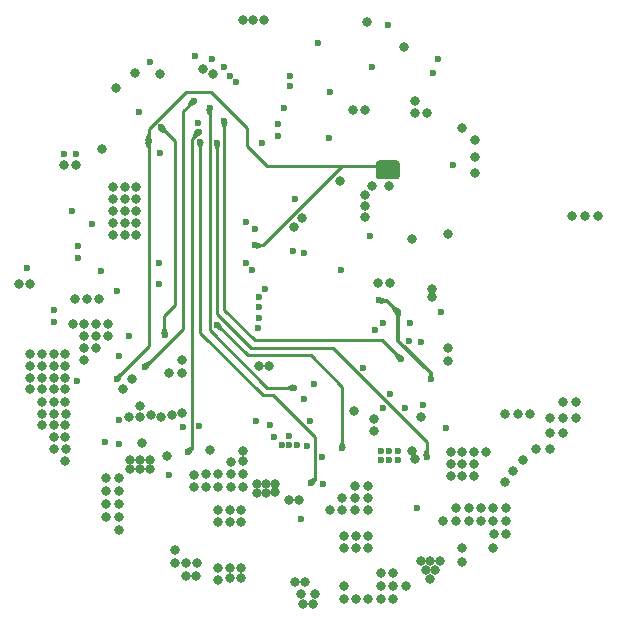
<source format=gbr>
%TF.GenerationSoftware,KiCad,Pcbnew,9.0.0*%
%TF.CreationDate,2025-06-01T03:36:43+08:00*%
%TF.ProjectId,CAPSTONE_MC,43415053-544f-44e4-955f-4d432e6b6963,Ver. 1.0.0*%
%TF.SameCoordinates,Original*%
%TF.FileFunction,Copper,L3,Inr*%
%TF.FilePolarity,Positive*%
%FSLAX46Y46*%
G04 Gerber Fmt 4.6, Leading zero omitted, Abs format (unit mm)*
G04 Created by KiCad (PCBNEW 9.0.0) date 2025-06-01 03:36:43*
%MOMM*%
%LPD*%
G01*
G04 APERTURE LIST*
%TA.AperFunction,ViaPad*%
%ADD10C,0.600000*%
%TD*%
%TA.AperFunction,ViaPad*%
%ADD11C,0.800000*%
%TD*%
%TA.AperFunction,Conductor*%
%ADD12C,0.250000*%
%TD*%
%TA.AperFunction,Conductor*%
%ADD13C,0.254000*%
%TD*%
%TA.AperFunction,Conductor*%
%ADD14C,0.300000*%
%TD*%
G04 APERTURE END LIST*
D10*
%TO.N,GND*%
X79785000Y-45735000D03*
X80755000Y-45735000D03*
D11*
%TO.N,+3V3*%
X79785000Y-46695000D03*
X80755000Y-46695000D03*
%TO.N,GND*%
X112300000Y-52500000D03*
X93900000Y-72900000D03*
X91500000Y-38600000D03*
X92400000Y-39000000D03*
X113500000Y-73000000D03*
D10*
X98200000Y-70400000D03*
D11*
X92800000Y-72900000D03*
X93900000Y-71800000D03*
X102300000Y-75900000D03*
D10*
X103200000Y-55600000D03*
D11*
X105830000Y-48505000D03*
X85800000Y-38900000D03*
X82500000Y-61200000D03*
X104300000Y-67500000D03*
X91835000Y-73975000D03*
X103112653Y-48012653D03*
X114500000Y-73000000D03*
X96700000Y-34400000D03*
X112500000Y-73000000D03*
X89800000Y-64300000D03*
D10*
X106100000Y-60700000D03*
D11*
X99225000Y-51912653D03*
X117800000Y-72600000D03*
X85900000Y-51600000D03*
X103300000Y-75900000D03*
X81500000Y-63200000D03*
X114600000Y-47400000D03*
X107400000Y-56700000D03*
X109500000Y-71580000D03*
X114500000Y-71000000D03*
D10*
X98845558Y-69664442D03*
D11*
X99700000Y-75100000D03*
X93935000Y-73975000D03*
X96300000Y-63700000D03*
X88900000Y-67900000D03*
X80700000Y-58000000D03*
X84900000Y-48600000D03*
X87100000Y-67900000D03*
D10*
X84470000Y-68270000D03*
X86100000Y-42200000D03*
D11*
X103300000Y-74900000D03*
X112500000Y-71000000D03*
X89800000Y-63200000D03*
X83900000Y-52600000D03*
X112300000Y-63300000D03*
X109500000Y-41300000D03*
X104200000Y-42000000D03*
X106400000Y-56700000D03*
X110900000Y-57900000D03*
X112500000Y-72000000D03*
X80500000Y-60200000D03*
X105500000Y-75900000D03*
X125000000Y-51000000D03*
X115500000Y-71000000D03*
X90800000Y-74000000D03*
X92835000Y-73975000D03*
X114500000Y-72000000D03*
X110500000Y-42300000D03*
X83000000Y-45300000D03*
X117100000Y-73500000D03*
X81500000Y-60200000D03*
X85900000Y-52600000D03*
X83500000Y-61200000D03*
X97100000Y-63700000D03*
X86400000Y-70200000D03*
X105285000Y-50155000D03*
X114600000Y-46000000D03*
D10*
X98845558Y-70400000D03*
D11*
X81700000Y-58000000D03*
D10*
X106800000Y-60100000D03*
D11*
X110000000Y-68000000D03*
X113500000Y-71000000D03*
X119200000Y-67800000D03*
X109200000Y-70900000D03*
X106000000Y-69200000D03*
X105300000Y-42000000D03*
X85900000Y-49600000D03*
X85900000Y-48600000D03*
X88000000Y-68000000D03*
X94900000Y-72900000D03*
X83900000Y-49600000D03*
X110900000Y-57200000D03*
X92100000Y-70800000D03*
X82500000Y-60200000D03*
X112300000Y-62200000D03*
X104400000Y-74900000D03*
X94900000Y-34400000D03*
X114600000Y-44600000D03*
X105400000Y-34600000D03*
X99907322Y-51217984D03*
X89800000Y-67700000D03*
X86200000Y-68000000D03*
X106000000Y-68200000D03*
X76900000Y-56800000D03*
X105500000Y-73900000D03*
X94900000Y-70900000D03*
X82500000Y-62200000D03*
X88500000Y-71300000D03*
X118600000Y-71700000D03*
X113500000Y-43600000D03*
X109500000Y-42300000D03*
X84900000Y-49600000D03*
X81500000Y-62200000D03*
X104400000Y-75900000D03*
X83900000Y-48600000D03*
X118200000Y-67800000D03*
D10*
X108670000Y-67310000D03*
D11*
X85300000Y-68000000D03*
X109200000Y-53000000D03*
X81500000Y-61200000D03*
X122800000Y-51000000D03*
X94905000Y-71765000D03*
X104400000Y-73900000D03*
X98800000Y-75100000D03*
X83900000Y-51600000D03*
D10*
X96800000Y-57200000D03*
X101715000Y-73685750D03*
D11*
X90765000Y-72925000D03*
X105300000Y-51100000D03*
X83500000Y-60200000D03*
X123900000Y-51000000D03*
X84900000Y-51600000D03*
X76000000Y-56800000D03*
X94935000Y-73975000D03*
X88700000Y-64300000D03*
X85900000Y-50600000D03*
X105300000Y-49200000D03*
X85500000Y-64800000D03*
X95800000Y-34400000D03*
D10*
X99500000Y-70400000D03*
D11*
X82700000Y-58000000D03*
X108600000Y-36700000D03*
X87900000Y-39000000D03*
X117100000Y-67800000D03*
X84900000Y-50600000D03*
X105500000Y-74900000D03*
X91800000Y-72900000D03*
X84200000Y-40200000D03*
X83900000Y-50600000D03*
X84900000Y-52600000D03*
X86200000Y-67100000D03*
X113500000Y-72000000D03*
D10*
%TO.N,+3V3*%
X87050000Y-38000000D03*
X90900000Y-37450000D03*
X101250000Y-36400000D03*
X99350000Y-49600000D03*
X76650000Y-55400000D03*
%TO.N,+3.3VA*%
X86950000Y-44700000D03*
X95931147Y-53500000D03*
X106800000Y-46800000D03*
X100100000Y-66500000D03*
X84300000Y-64850000D03*
X107775000Y-47535000D03*
X110000000Y-61650000D03*
%TO.N,GNDA*%
X87900000Y-45700000D03*
X107400000Y-66100000D03*
D11*
X84800000Y-65700000D03*
D10*
X96000000Y-68400000D03*
X95931147Y-52100000D03*
X91150000Y-43100000D03*
D11*
X107300000Y-48500000D03*
D10*
X97200000Y-68700000D03*
X100900000Y-65200000D03*
X83259054Y-70127764D03*
X109035000Y-60100000D03*
X109013370Y-61586630D03*
X111700000Y-59105000D03*
X84400000Y-62900000D03*
D11*
%TO.N,/HVBUS*%
X79900000Y-68750000D03*
X79900000Y-66750000D03*
X84400000Y-74300000D03*
X114100000Y-75700000D03*
X94800000Y-75900000D03*
X106600000Y-83400000D03*
X83300000Y-76500000D03*
X104500000Y-78100000D03*
X104500000Y-83400000D03*
X113500000Y-79100000D03*
X84400000Y-76500000D03*
X79900000Y-64700000D03*
X83300000Y-75400000D03*
X94800000Y-80800000D03*
X92800000Y-75900000D03*
X92800000Y-81800000D03*
X117200000Y-76800000D03*
X83300000Y-74300000D03*
X77895000Y-65700000D03*
X76895000Y-65700000D03*
X113500000Y-80300000D03*
X111900000Y-76800000D03*
X123100000Y-68100000D03*
X116135000Y-79095000D03*
X78895000Y-65700000D03*
X105500000Y-78100000D03*
X116150000Y-77915000D03*
X106600000Y-81200000D03*
X116100000Y-76800000D03*
X120900000Y-69400000D03*
X92800000Y-76900000D03*
X105500000Y-79100000D03*
X122000000Y-69400000D03*
X116100000Y-75700000D03*
X122000000Y-66800000D03*
X105500000Y-83400000D03*
X120900000Y-70700000D03*
X76900000Y-63700000D03*
X103500000Y-79100000D03*
X104500000Y-79100000D03*
X113000000Y-75700000D03*
X119700000Y-70700000D03*
X84400000Y-75400000D03*
X78905000Y-69750000D03*
X77905000Y-67750000D03*
X79900000Y-62700000D03*
X79905000Y-70750000D03*
X115100000Y-75700000D03*
X114100000Y-76800000D03*
X94800000Y-81700000D03*
X92800000Y-80800000D03*
X84400000Y-73200000D03*
X79900000Y-69750000D03*
X107600000Y-83400000D03*
X93800000Y-81700000D03*
X117200000Y-77900000D03*
X78900000Y-68750000D03*
X79895000Y-65700000D03*
X103500000Y-83400000D03*
X113000000Y-76800000D03*
X76900000Y-62700000D03*
X94800000Y-76900000D03*
X106600000Y-82300000D03*
X93800000Y-80800000D03*
X77900000Y-64700000D03*
X76900000Y-64700000D03*
X93800000Y-75900000D03*
X84400000Y-77600000D03*
X122000000Y-68100000D03*
X77900000Y-62700000D03*
X77900000Y-63700000D03*
X93800000Y-76900000D03*
X78905000Y-70750000D03*
X79900000Y-63700000D03*
X107600000Y-81200000D03*
X117200000Y-75700000D03*
X120900000Y-68100000D03*
X103500000Y-82300000D03*
D10*
X80900000Y-65000000D03*
D11*
X79900000Y-71750000D03*
X79905000Y-67750000D03*
X115100000Y-76800000D03*
X77900000Y-68750000D03*
X77905000Y-66750000D03*
X83300000Y-73200000D03*
D10*
X85300000Y-61200000D03*
D11*
X123100000Y-66800000D03*
X78905000Y-66750000D03*
X107600000Y-82300000D03*
X103500000Y-78100000D03*
X78900000Y-62700000D03*
X78905000Y-67750000D03*
X78900000Y-63700000D03*
X108700000Y-82300000D03*
X78900000Y-64700000D03*
D10*
%TO.N,+3V8*%
X112700000Y-46700000D03*
X105655000Y-52745000D03*
D11*
%TO.N,/HS2*%
X101000000Y-83000000D03*
X100220000Y-81980000D03*
X99300000Y-82000000D03*
X100815000Y-83865000D03*
X99800000Y-83000000D03*
D10*
X99855000Y-76627500D03*
D11*
X100000000Y-83900000D03*
%TO.N,/HS3*%
X110400000Y-81000000D03*
D10*
X109700000Y-75700000D03*
D11*
X110800000Y-80200000D03*
X111600000Y-80200000D03*
X110000000Y-80200000D03*
X111200000Y-81000000D03*
X110775000Y-81755000D03*
%TO.N,/HS1*%
X89200000Y-80400000D03*
X90935000Y-81465000D03*
X90100000Y-80400000D03*
X90100000Y-81465000D03*
X91000000Y-80400000D03*
D10*
X88660000Y-72960000D03*
D11*
X89200000Y-79300000D03*
D10*
%TO.N,/CURRENT_3*%
X108300000Y-63150000D03*
X93360000Y-42990000D03*
%TO.N,/CURRENT_2*%
X92112064Y-41880692D03*
X99255000Y-65549647D03*
%TO.N,/CURRENT_1*%
X86650000Y-63800000D03*
X90780000Y-41238000D03*
%TO.N,/ADC_TEMP*%
X92758058Y-60241942D03*
X103350770Y-70698571D03*
%TO.N,/TEMP_MOTOR*%
X95150000Y-51550000D03*
%TO.N,/CANH*%
X82900000Y-55700000D03*
X111397921Y-37724796D03*
X87800000Y-55025000D03*
%TO.N,/CANL*%
X87800000Y-56800000D03*
X84300000Y-57400000D03*
X111041942Y-38941942D03*
%TO.N,/U1_RX_FAULT*%
X80435000Y-50605000D03*
X93801000Y-39130000D03*
%TO.N,/U1_TX_SERVO*%
X94360608Y-39701702D03*
X82125000Y-51695000D03*
%TO.N,/LED_RED*%
X95691117Y-55625000D03*
X100100000Y-54150000D03*
X78900000Y-59950000D03*
%TO.N,/LED_GREEN*%
X99150000Y-54000000D03*
X78950000Y-59000000D03*
X95150000Y-55000000D03*
%TO.N,Net-(U4-VS)*%
X108030000Y-71650000D03*
X107310000Y-71640000D03*
X106610000Y-71640000D03*
X107310000Y-70930000D03*
X108020000Y-70940000D03*
X106610000Y-70920000D03*
X106750000Y-67290000D03*
D11*
%TO.N,Net-(U3-VS)*%
X97620000Y-74420000D03*
X96140000Y-74430000D03*
X96860000Y-74430000D03*
X96140000Y-73670000D03*
D10*
X97540000Y-69690000D03*
D11*
X97600000Y-73670000D03*
X96860000Y-73670000D03*
%TO.N,Net-(U2-VS)*%
X86200000Y-72430000D03*
X87020000Y-72430000D03*
X87020000Y-71710000D03*
D10*
X84400000Y-70360000D03*
D11*
X86200000Y-71710000D03*
X85380000Y-72420000D03*
X85390000Y-71710000D03*
D10*
%TO.N,/AN_IN*%
X87950000Y-43500000D03*
X88300000Y-61100000D03*
%TO.N,/VOLTAGE_1*%
X90285000Y-71005000D03*
X91161930Y-43925300D03*
%TO.N,/VOLTAGE_2*%
X91302298Y-44712892D03*
X100700000Y-73650000D03*
%TO.N,/VOLTAGE_3*%
X110475000Y-71395000D03*
X92733000Y-44850000D03*
%TO.N,/USB_DM*%
X98880000Y-40000003D03*
X80930000Y-54585000D03*
%TO.N,/USB_DP*%
X98880000Y-39200000D03*
X80935000Y-53595000D03*
%TO.N,/L1*%
X89890000Y-68860000D03*
X96556147Y-44850000D03*
%TO.N,/TX_SCL_MOSI*%
X96306149Y-57906149D03*
%TO.N,/H1*%
X91215000Y-68810000D03*
X97875000Y-43225000D03*
%TO.N,/L3*%
X102215000Y-44395822D03*
X110205707Y-66994293D03*
%TO.N,/L2*%
X100385001Y-70508771D03*
X97875000Y-44230000D03*
%TO.N,/H3*%
X112090000Y-68930000D03*
X102290000Y-40530000D03*
%TO.N,/MISO_ADC_EXT2*%
X96258058Y-58741942D03*
%TO.N,/H2*%
X98383058Y-41883058D03*
X101635000Y-71430000D03*
%TO.N,/SCK_ADC_EXT*%
X96240750Y-59608519D03*
%TO.N,/CAN_RX*%
X105870000Y-38410000D03*
X93293161Y-38410000D03*
%TO.N,/CAN_TX*%
X92290000Y-37736902D03*
X107180000Y-34840000D03*
%TO.N,/RX_SDA_NSS*%
X96208242Y-60459895D03*
%TO.N,/Vref*%
X108050000Y-59150000D03*
X100600000Y-68400000D03*
X106444669Y-58144669D03*
X105121942Y-63878058D03*
X110850000Y-64850000D03*
%TD*%
D12*
%TO.N,+3.3VA*%
X86950000Y-62050000D02*
X86950000Y-44700000D01*
X95931147Y-53500000D02*
X96600000Y-53500000D01*
X86950000Y-44700000D02*
X86950000Y-43614702D01*
X99900000Y-46800000D02*
X103500000Y-46800000D01*
X95250000Y-43550000D02*
X95250000Y-45100000D01*
X90064702Y-40500000D02*
X92200000Y-40500000D01*
X84300000Y-64700000D02*
X86950000Y-62050000D01*
X95250000Y-45100000D02*
X96950000Y-46800000D01*
X96950000Y-46800000D02*
X99900000Y-46800000D01*
X86950000Y-43614702D02*
X90064702Y-40500000D01*
X92200000Y-40500000D02*
X95250000Y-43550000D01*
X96600000Y-53500000D02*
X103300000Y-46800000D01*
X103300000Y-46800000D02*
X103500000Y-46800000D01*
X103500000Y-46800000D02*
X106800000Y-46800000D01*
X84300000Y-64850000D02*
X84300000Y-64700000D01*
D13*
%TO.N,/CURRENT_3*%
X106700000Y-61550000D02*
X95950000Y-61550000D01*
X93360000Y-58960000D02*
X93360000Y-42990000D01*
X95950000Y-61550000D02*
X93360000Y-58960000D01*
X108300000Y-63150000D02*
X106700000Y-61550000D01*
D12*
%TO.N,/CURRENT_2*%
X92107000Y-60707000D02*
X92107000Y-41885756D01*
X92107000Y-41885756D02*
X92112064Y-41880692D01*
X99255000Y-65549647D02*
X99175116Y-65549647D01*
X99144763Y-65580000D02*
X96980000Y-65580000D01*
X99175116Y-65549647D02*
X99144763Y-65580000D01*
X96980000Y-65580000D02*
X92107000Y-60707000D01*
D13*
%TO.N,/CURRENT_1*%
X89890000Y-60560000D02*
X89890000Y-42128000D01*
X89890000Y-42128000D02*
X90780000Y-41238000D01*
X86650000Y-63800000D02*
X89890000Y-60560000D01*
D12*
%TO.N,/ADC_TEMP*%
X103350770Y-65450770D02*
X103350770Y-70698571D01*
X100725000Y-62825000D02*
X103350770Y-65450770D01*
X92758058Y-60241942D02*
X95341116Y-62825000D01*
X95341116Y-62825000D02*
X100725000Y-62825000D01*
D13*
%TO.N,/AN_IN*%
X88241644Y-61041644D02*
X88241644Y-59498356D01*
X89150000Y-44700000D02*
X87950000Y-43500000D01*
X89150000Y-58590000D02*
X89150000Y-44700000D01*
X88300000Y-61100000D02*
X88241644Y-61041644D01*
X88241644Y-59498356D02*
X89150000Y-58590000D01*
D12*
%TO.N,/VOLTAGE_1*%
X91161930Y-43925300D02*
X90590000Y-44497230D01*
X90590000Y-70700000D02*
X90285000Y-71005000D01*
X90590000Y-44497230D02*
X90590000Y-70700000D01*
%TO.N,/VOLTAGE_2*%
X91302298Y-44712892D02*
X91320000Y-44730594D01*
X101010000Y-69760000D02*
X101010000Y-73340000D01*
X97450000Y-66200000D02*
X101010000Y-69760000D01*
X101010000Y-73340000D02*
X100700000Y-73650000D01*
X91320000Y-44730594D02*
X91320000Y-60920000D01*
X96600000Y-66200000D02*
X97450000Y-66200000D01*
X91320000Y-60920000D02*
X96600000Y-66200000D01*
%TO.N,/VOLTAGE_3*%
X95600000Y-62200000D02*
X102560000Y-62200000D01*
X110475000Y-70115000D02*
X110475000Y-71395000D01*
X102560000Y-62200000D02*
X110475000Y-70115000D01*
X92733000Y-59333000D02*
X95600000Y-62200000D01*
X92733000Y-44850000D02*
X92733000Y-59333000D01*
D14*
%TO.N,/Vref*%
X110850000Y-64342500D02*
X110850000Y-64850000D01*
X106500000Y-58200000D02*
X107100000Y-58200000D01*
X107100000Y-58200000D02*
X108050000Y-59150000D01*
X108085000Y-59185000D02*
X108050000Y-59150000D01*
X106444669Y-58144669D02*
X106500000Y-58200000D01*
X108085000Y-61577500D02*
X110850000Y-64342500D01*
X108085000Y-61577500D02*
X108085000Y-59185000D01*
%TD*%
%TA.AperFunction,Conductor*%
%TO.N,+3.3VA*%
G36*
X107907243Y-46301441D02*
G01*
X107950233Y-46309992D01*
X108000173Y-46319925D01*
X108027208Y-46331124D01*
X108099727Y-46379579D01*
X108101272Y-46381124D01*
X108102409Y-46381456D01*
X108120420Y-46400272D01*
X108168875Y-46472791D01*
X108180074Y-46499826D01*
X108198559Y-46592755D01*
X108200000Y-46607387D01*
X108200000Y-47592612D01*
X108198559Y-47607244D01*
X108180074Y-47700173D01*
X108179237Y-47702192D01*
X108179366Y-47703367D01*
X108168875Y-47727208D01*
X108120420Y-47799727D01*
X108099727Y-47820420D01*
X108027208Y-47868875D01*
X108000173Y-47880074D01*
X107907244Y-47898559D01*
X107892612Y-47900000D01*
X107387772Y-47900000D01*
X107380138Y-47899500D01*
X107379057Y-47899500D01*
X107220943Y-47899500D01*
X107219862Y-47899500D01*
X107212228Y-47900000D01*
X106507388Y-47900000D01*
X106492756Y-47898559D01*
X106399826Y-47880074D01*
X106372791Y-47868875D01*
X106300272Y-47820420D01*
X106279579Y-47799727D01*
X106231124Y-47727208D01*
X106219925Y-47700173D01*
X106201441Y-47607243D01*
X106200000Y-47592612D01*
X106200000Y-46607387D01*
X106201441Y-46592756D01*
X106204048Y-46579644D01*
X106219926Y-46499824D01*
X106231124Y-46472791D01*
X106279581Y-46400269D01*
X106300269Y-46379581D01*
X106372791Y-46331123D01*
X106399824Y-46319926D01*
X106460225Y-46307911D01*
X106492757Y-46301441D01*
X106507388Y-46300000D01*
X107892612Y-46300000D01*
X107907243Y-46301441D01*
G37*
%TD.AperFunction*%
%TD*%
%TA.AperFunction,Conductor*%
%TO.N,+3.3VA*%
G36*
X87231479Y-44755946D02*
G01*
X87238907Y-44760945D01*
X87240626Y-44769733D01*
X87240315Y-44770937D01*
X87077583Y-45286060D01*
X87071823Y-45292917D01*
X87066426Y-45294236D01*
X86833574Y-45294236D01*
X86825301Y-45290809D01*
X86822417Y-45286060D01*
X86659684Y-44770937D01*
X86660460Y-44762016D01*
X86667317Y-44756256D01*
X86668500Y-44755950D01*
X86947682Y-44699469D01*
X86952318Y-44699469D01*
X87231479Y-44755946D01*
G37*
%TD.AperFunction*%
%TD*%
%TA.AperFunction,Conductor*%
%TO.N,+3.3VA*%
G36*
X96002076Y-53209681D02*
G01*
X96517207Y-53372417D01*
X96524064Y-53378177D01*
X96525383Y-53383574D01*
X96525383Y-53616425D01*
X96521956Y-53624698D01*
X96517207Y-53627582D01*
X96002084Y-53790315D01*
X95993163Y-53789539D01*
X95987403Y-53782682D01*
X95987096Y-53781494D01*
X95930616Y-53502318D01*
X95930616Y-53497680D01*
X95953701Y-53383574D01*
X95987093Y-53218518D01*
X95992092Y-53211092D01*
X96000880Y-53209373D01*
X96002076Y-53209681D01*
G37*
%TD.AperFunction*%
%TD*%
%TA.AperFunction,Conductor*%
%TO.N,+3.3VA*%
G36*
X87074699Y-44109191D02*
G01*
X87077583Y-44113940D01*
X87240315Y-44629062D01*
X87239539Y-44637983D01*
X87232682Y-44643743D01*
X87231478Y-44644054D01*
X86952320Y-44700530D01*
X86947680Y-44700530D01*
X86714553Y-44653366D01*
X86668520Y-44644053D01*
X86661092Y-44639054D01*
X86659373Y-44630266D01*
X86659680Y-44629075D01*
X86822417Y-44113939D01*
X86828177Y-44107083D01*
X86833574Y-44105764D01*
X87066426Y-44105764D01*
X87074699Y-44109191D01*
G37*
%TD.AperFunction*%
%TD*%
%TA.AperFunction,Conductor*%
%TO.N,+3.3VA*%
G36*
X84550197Y-64287670D02*
G01*
X84714824Y-64452297D01*
X84718251Y-64460570D01*
X84717824Y-64463702D01*
X84597134Y-64898094D01*
X84591618Y-64905148D01*
X84583610Y-64906443D01*
X84304088Y-64851647D01*
X84296630Y-64846694D01*
X84139311Y-64609576D01*
X84137593Y-64600789D01*
X84141852Y-64593895D01*
X84534717Y-64286725D01*
X84543346Y-64284330D01*
X84550197Y-64287670D01*
G37*
%TD.AperFunction*%
%TD*%
%TA.AperFunction,Conductor*%
%TO.N,+3.3VA*%
G36*
X106801000Y-46800000D02*
G01*
X106741473Y-47094236D01*
X106205764Y-46925000D01*
X106205764Y-46675000D01*
X106741473Y-46505764D01*
X106801000Y-46800000D01*
G37*
%TD.AperFunction*%
%TD*%
%TA.AperFunction,Conductor*%
%TO.N,/CURRENT_3*%
G36*
X93641523Y-43045955D02*
G01*
X93648951Y-43050954D01*
X93650670Y-43059742D01*
X93650370Y-43060909D01*
X93489564Y-43576023D01*
X93483828Y-43582899D01*
X93478396Y-43584236D01*
X93241604Y-43584236D01*
X93233331Y-43580809D01*
X93230436Y-43576023D01*
X93069629Y-43060909D01*
X93070434Y-43051990D01*
X93077310Y-43046254D01*
X93078458Y-43045958D01*
X93357682Y-42989469D01*
X93362318Y-42989469D01*
X93641523Y-43045955D01*
G37*
%TD.AperFunction*%
%TD*%
%TA.AperFunction,Conductor*%
%TO.N,/CURRENT_3*%
G36*
X107977233Y-62644003D02*
G01*
X108455182Y-62894537D01*
X108460918Y-62901412D01*
X108460113Y-62910331D01*
X108459499Y-62911367D01*
X108302015Y-63148734D01*
X108298734Y-63152015D01*
X108061367Y-63309499D01*
X108052579Y-63311218D01*
X108045150Y-63306218D01*
X108044541Y-63305191D01*
X107794003Y-62827234D01*
X107793199Y-62818316D01*
X107796092Y-62813532D01*
X107963531Y-62646093D01*
X107971803Y-62642667D01*
X107977233Y-62644003D01*
G37*
%TD.AperFunction*%
%TD*%
%TA.AperFunction,Conductor*%
%TO.N,/CURRENT_2*%
G36*
X92393431Y-41936615D02*
G01*
X92400860Y-41941615D01*
X92402579Y-41950403D01*
X92402237Y-41951703D01*
X92234629Y-42466848D01*
X92228811Y-42473655D01*
X92223503Y-42474928D01*
X91990651Y-42474928D01*
X91982378Y-42471501D01*
X91979465Y-42466656D01*
X91976269Y-42456229D01*
X91821608Y-41951554D01*
X91822460Y-41942642D01*
X91829366Y-41936942D01*
X91830462Y-41936662D01*
X92109746Y-41880161D01*
X92114382Y-41880161D01*
X92393431Y-41936615D01*
G37*
%TD.AperFunction*%
%TD*%
%TA.AperFunction,Conductor*%
%TO.N,/CURRENT_2*%
G36*
X99192585Y-65260516D02*
G01*
X99198685Y-65267072D01*
X99199189Y-65268837D01*
X99255530Y-65547327D01*
X99255530Y-65551967D01*
X99198922Y-65831777D01*
X99193922Y-65839206D01*
X99185134Y-65840925D01*
X99184518Y-65840783D01*
X98669528Y-65707272D01*
X98662379Y-65701878D01*
X98660764Y-65695946D01*
X98660764Y-65463126D01*
X98664191Y-65454853D01*
X98668375Y-65452164D01*
X99183637Y-65260193D01*
X99192585Y-65260516D01*
G37*
%TD.AperFunction*%
%TD*%
%TA.AperFunction,Conductor*%
%TO.N,/CURRENT_1*%
G36*
X90540331Y-41077886D02*
G01*
X90541367Y-41078500D01*
X90778734Y-41235984D01*
X90782015Y-41239265D01*
X90939499Y-41476632D01*
X90941218Y-41485420D01*
X90936218Y-41492849D01*
X90935182Y-41493463D01*
X90457235Y-41743995D01*
X90448316Y-41744800D01*
X90443530Y-41741905D01*
X90276094Y-41574469D01*
X90272667Y-41566196D01*
X90274003Y-41560766D01*
X90524538Y-41082815D01*
X90531412Y-41077081D01*
X90540331Y-41077886D01*
G37*
%TD.AperFunction*%
%TD*%
%TA.AperFunction,Conductor*%
%TO.N,/CURRENT_1*%
G36*
X86986469Y-63296094D02*
G01*
X87153905Y-63463530D01*
X87157332Y-63471803D01*
X87155995Y-63477235D01*
X86905463Y-63955182D01*
X86898587Y-63960918D01*
X86889668Y-63960113D01*
X86888632Y-63959499D01*
X86651265Y-63802015D01*
X86647984Y-63798734D01*
X86490500Y-63561367D01*
X86488781Y-63552579D01*
X86493781Y-63545150D01*
X86494799Y-63544546D01*
X86972765Y-63294003D01*
X86981683Y-63293199D01*
X86986469Y-63296094D01*
G37*
%TD.AperFunction*%
%TD*%
%TA.AperFunction,Conductor*%
%TO.N,/ADC_TEMP*%
G36*
X103475469Y-70107762D02*
G01*
X103478353Y-70112511D01*
X103641085Y-70627633D01*
X103640309Y-70636554D01*
X103633452Y-70642314D01*
X103632248Y-70642625D01*
X103353090Y-70699101D01*
X103348450Y-70699101D01*
X103115323Y-70651937D01*
X103069290Y-70642624D01*
X103061862Y-70637625D01*
X103060143Y-70628837D01*
X103060450Y-70627646D01*
X103223187Y-70112510D01*
X103228947Y-70105654D01*
X103234344Y-70104335D01*
X103467196Y-70104335D01*
X103475469Y-70107762D01*
G37*
%TD.AperFunction*%
%TD*%
%TA.AperFunction,Conductor*%
%TO.N,/ADC_TEMP*%
G36*
X93012870Y-60085747D02*
G01*
X93013502Y-60086818D01*
X93262679Y-60566133D01*
X93263455Y-60575054D01*
X93260571Y-60579803D01*
X93095919Y-60744455D01*
X93087646Y-60747882D01*
X93082249Y-60746563D01*
X92602934Y-60497386D01*
X92597174Y-60490529D01*
X92597950Y-60481608D01*
X92598574Y-60480549D01*
X92756043Y-60243205D01*
X92759321Y-60239927D01*
X92996654Y-60082465D01*
X93005441Y-60080747D01*
X93012870Y-60085747D01*
G37*
%TD.AperFunction*%
%TD*%
%TA.AperFunction,Conductor*%
%TO.N,/AN_IN*%
G36*
X88369161Y-60509191D02*
G01*
X88371664Y-60512907D01*
X88545683Y-60924443D01*
X88545749Y-60933398D01*
X88541434Y-60938710D01*
X88304057Y-61098272D01*
X88295279Y-61100043D01*
X88295210Y-61100030D01*
X88017242Y-61043795D01*
X88009813Y-61038795D01*
X88008094Y-61030007D01*
X88008096Y-61029997D01*
X88027730Y-60933398D01*
X88112740Y-60515134D01*
X88117746Y-60507709D01*
X88124206Y-60505764D01*
X88360888Y-60505764D01*
X88369161Y-60509191D01*
G37*
%TD.AperFunction*%
%TD*%
%TA.AperFunction,Conductor*%
%TO.N,/AN_IN*%
G36*
X88204849Y-43343781D02*
G01*
X88205463Y-43344817D01*
X88455995Y-43822764D01*
X88456800Y-43831683D01*
X88453905Y-43836469D01*
X88286469Y-44003905D01*
X88278196Y-44007332D01*
X88272764Y-44005995D01*
X88019819Y-43873405D01*
X87794816Y-43755462D01*
X87789081Y-43748587D01*
X87789886Y-43739668D01*
X87790500Y-43738632D01*
X87947985Y-43501263D01*
X87951263Y-43497985D01*
X88188632Y-43340499D01*
X88197420Y-43338781D01*
X88204849Y-43343781D01*
G37*
%TD.AperFunction*%
%TD*%
%TA.AperFunction,Conductor*%
%TO.N,/VOLTAGE_1*%
G36*
X90922263Y-43765192D02*
G01*
X90923330Y-43765821D01*
X91149349Y-43915777D01*
X91160664Y-43923284D01*
X91163945Y-43926565D01*
X91321405Y-44163895D01*
X91323124Y-44172683D01*
X91318124Y-44180112D01*
X91317053Y-44180744D01*
X91258713Y-44211073D01*
X91253316Y-44212392D01*
X91236403Y-44212392D01*
X91109113Y-44246498D01*
X91109109Y-44246500D01*
X90994987Y-44312389D01*
X90994982Y-44312393D01*
X90921732Y-44385642D01*
X90918856Y-44387750D01*
X90837738Y-44429921D01*
X90828817Y-44430697D01*
X90824068Y-44427813D01*
X90659416Y-44263161D01*
X90655989Y-44254888D01*
X90657307Y-44249494D01*
X90906487Y-43770174D01*
X90913342Y-43764416D01*
X90922263Y-43765192D01*
G37*
%TD.AperFunction*%
%TD*%
%TA.AperFunction,Conductor*%
%TO.N,/VOLTAGE_1*%
G36*
X90708173Y-70540527D02*
G01*
X90711600Y-70548800D01*
X90711229Y-70551722D01*
X90581989Y-71052850D01*
X90576605Y-71060005D01*
X90568415Y-71061411D01*
X90289790Y-71006936D01*
X90282328Y-71001985D01*
X90282295Y-71001935D01*
X90238903Y-70936735D01*
X90124973Y-70765543D01*
X90123243Y-70756759D01*
X90128232Y-70749323D01*
X90128441Y-70749186D01*
X90462142Y-70538900D01*
X90468380Y-70537100D01*
X90699900Y-70537100D01*
X90708173Y-70540527D01*
G37*
%TD.AperFunction*%
%TD*%
%TA.AperFunction,Conductor*%
%TO.N,/VOLTAGE_2*%
G36*
X101128018Y-73187598D02*
G01*
X101131445Y-73195871D01*
X101131045Y-73198904D01*
X100997066Y-73697982D01*
X100991611Y-73705084D01*
X100983521Y-73706432D01*
X100704790Y-73651936D01*
X100697328Y-73646985D01*
X100697295Y-73646935D01*
X100540046Y-73410652D01*
X100538315Y-73401866D01*
X100543304Y-73394430D01*
X100543655Y-73394205D01*
X100882180Y-73185906D01*
X100888311Y-73184171D01*
X101119745Y-73184171D01*
X101128018Y-73187598D01*
G37*
%TD.AperFunction*%
%TD*%
%TA.AperFunction,Conductor*%
%TO.N,/VOLTAGE_2*%
G36*
X91584159Y-44768915D02*
G01*
X91591588Y-44773915D01*
X91593307Y-44782703D01*
X91593097Y-44783568D01*
X91447409Y-45298613D01*
X91441860Y-45305641D01*
X91436151Y-45307128D01*
X91203309Y-45307128D01*
X91195036Y-45303701D01*
X91192262Y-45299283D01*
X91012480Y-44784080D01*
X91012990Y-44775142D01*
X91019672Y-44769180D01*
X91021198Y-44768761D01*
X91299980Y-44712361D01*
X91304616Y-44712361D01*
X91584159Y-44768915D01*
G37*
%TD.AperFunction*%
%TD*%
%TA.AperFunction,Conductor*%
%TO.N,/VOLTAGE_3*%
G36*
X110599699Y-70804191D02*
G01*
X110602583Y-70808940D01*
X110765315Y-71324062D01*
X110764539Y-71332983D01*
X110757682Y-71338743D01*
X110756478Y-71339054D01*
X110477320Y-71395530D01*
X110472680Y-71395530D01*
X110239553Y-71348366D01*
X110193520Y-71339053D01*
X110186092Y-71334054D01*
X110184373Y-71325266D01*
X110184680Y-71324075D01*
X110347417Y-70808939D01*
X110353177Y-70802083D01*
X110358574Y-70800764D01*
X110591426Y-70800764D01*
X110599699Y-70804191D01*
G37*
%TD.AperFunction*%
%TD*%
%TA.AperFunction,Conductor*%
%TO.N,/VOLTAGE_3*%
G36*
X93014479Y-44905946D02*
G01*
X93021907Y-44910945D01*
X93023626Y-44919733D01*
X93023315Y-44920937D01*
X92860583Y-45436060D01*
X92854823Y-45442917D01*
X92849426Y-45444236D01*
X92616574Y-45444236D01*
X92608301Y-45440809D01*
X92605417Y-45436060D01*
X92442684Y-44920937D01*
X92443460Y-44912016D01*
X92450317Y-44906256D01*
X92451500Y-44905950D01*
X92730682Y-44849469D01*
X92735318Y-44849469D01*
X93014479Y-44905946D01*
G37*
%TD.AperFunction*%
%TD*%
%TA.AperFunction,Conductor*%
%TO.N,/Vref*%
G36*
X110898789Y-64187593D02*
G01*
X110901361Y-64191476D01*
X111138945Y-64778403D01*
X111138873Y-64787357D01*
X111132490Y-64793638D01*
X111130414Y-64794262D01*
X110853015Y-64850241D01*
X110848397Y-64850243D01*
X110568517Y-64794034D01*
X110561081Y-64789045D01*
X110559350Y-64780259D01*
X110559654Y-64779075D01*
X110681744Y-64389971D01*
X110684631Y-64385205D01*
X110882244Y-64187592D01*
X110890516Y-64184166D01*
X110898789Y-64187593D01*
G37*
%TD.AperFunction*%
%TD*%
%TA.AperFunction,Conductor*%
%TO.N,/Vref*%
G36*
X106516026Y-57855212D02*
G01*
X107031290Y-58047163D01*
X107037846Y-58053261D01*
X107038905Y-58058126D01*
X107038905Y-58340081D01*
X107035478Y-58348354D01*
X107029121Y-58351623D01*
X106514340Y-58437055D01*
X106505617Y-58435029D01*
X106500956Y-58427833D01*
X106485538Y-58351623D01*
X106444138Y-58146987D01*
X106444138Y-58142349D01*
X106500480Y-57863855D01*
X106505479Y-57856429D01*
X106514267Y-57854710D01*
X106516026Y-57855212D01*
G37*
%TD.AperFunction*%
%TD*%
%TA.AperFunction,Conductor*%
%TO.N,/Vref*%
G36*
X107743646Y-58628218D02*
G01*
X108028798Y-58792392D01*
X108205867Y-58894339D01*
X108211327Y-58901437D01*
X108210169Y-58910317D01*
X108209778Y-58910947D01*
X108052015Y-59148734D01*
X108048734Y-59152015D01*
X107810947Y-59309778D01*
X107802159Y-59311497D01*
X107794730Y-59306497D01*
X107794339Y-59305867D01*
X107566966Y-58910947D01*
X107528218Y-58843646D01*
X107527061Y-58834768D01*
X107530084Y-58829539D01*
X107729538Y-58630085D01*
X107737810Y-58626659D01*
X107743646Y-58628218D01*
G37*
%TD.AperFunction*%
%TD*%
%TA.AperFunction,Conductor*%
%TO.N,/Vref*%
G36*
X108332750Y-59206203D02*
G01*
X108340179Y-59211203D01*
X108341898Y-59219991D01*
X108341894Y-59220009D01*
X108236909Y-59734874D01*
X108231898Y-59742295D01*
X108225445Y-59744236D01*
X107943422Y-59744236D01*
X107935149Y-59740809D01*
X107932327Y-59736248D01*
X107931867Y-59734874D01*
X107759964Y-59221080D01*
X107760588Y-59212148D01*
X107767347Y-59206274D01*
X107768723Y-59205905D01*
X108047682Y-59149469D01*
X108052318Y-59149469D01*
X108332750Y-59206203D01*
G37*
%TD.AperFunction*%
%TD*%
M02*

</source>
